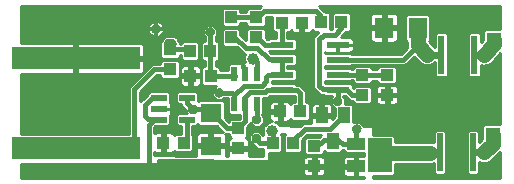
<source format=gtl>
G75*
G70*
%OFA0B0*%
%FSLAX24Y24*%
%IPPOS*%
%LPD*%
%AMOC8*
5,1,8,0,0,1.08239X$1,22.5*
%
%ADD10R,0.0520X0.0220*%
%ADD11R,0.0709X0.0630*%
%ADD12R,0.0630X0.0710*%
%ADD13R,0.0807X0.1142*%
%ADD14R,0.0591X0.0394*%
%ADD15R,0.0220X0.0500*%
%ADD16R,0.0394X0.0433*%
%ADD17R,0.0433X0.0394*%
%ADD18C,0.0250*%
%ADD19C,0.0050*%
%ADD20R,0.0394X0.0551*%
%ADD21R,0.0780X0.0220*%
%ADD22C,0.0120*%
%ADD23R,0.0512X0.1299*%
%ADD24R,0.0354X0.0197*%
%ADD25R,0.0197X0.1299*%
%ADD26R,0.4250X0.0750*%
%ADD27C,0.0100*%
%ADD28C,0.0160*%
%ADD29C,0.0396*%
%ADD30C,0.0240*%
%ADD31C,0.0500*%
%ADD32R,0.0500X0.0500*%
D10*
X007240Y006318D03*
X007240Y006688D03*
X007240Y007058D03*
X008160Y007058D03*
X008160Y006318D03*
D11*
X008970Y006549D03*
X008970Y005447D03*
D12*
X014740Y009388D03*
X015859Y009388D03*
D13*
X014600Y005138D03*
D14*
X013802Y004764D03*
X013802Y005512D03*
D15*
X010490Y006828D03*
X010120Y006828D03*
X009750Y006828D03*
X009750Y007848D03*
X010120Y007848D03*
X010490Y007848D03*
D16*
X008954Y007778D03*
X008285Y007778D03*
X008275Y008618D03*
X008944Y008618D03*
X009640Y009064D03*
X009640Y009733D03*
X012645Y009568D03*
X013314Y009568D03*
X009880Y006033D03*
X009880Y005364D03*
X011025Y005528D03*
X011694Y005528D03*
D17*
X012410Y005443D03*
X012410Y004774D03*
X011944Y006598D03*
X011275Y006598D03*
X014020Y007144D03*
X014840Y007144D03*
X014840Y007813D03*
X014020Y007813D03*
X011994Y009558D03*
X011325Y009558D03*
X010470Y009733D03*
X010470Y009064D03*
X007610Y008663D03*
X007610Y007994D03*
X007385Y005548D03*
X008054Y005548D03*
D18*
X008360Y006668D03*
X009240Y007218D03*
X010490Y006328D03*
X010480Y005698D03*
X013190Y006938D03*
X013830Y006008D03*
X008940Y009248D03*
X007130Y009348D03*
D19*
X007005Y009348D02*
X007007Y009370D01*
X007013Y009391D01*
X007022Y009410D01*
X007034Y009428D01*
X007050Y009444D01*
X007067Y009456D01*
X007087Y009465D01*
X007108Y009471D01*
X007130Y009473D01*
X007152Y009471D01*
X007173Y009465D01*
X007192Y009456D01*
X007210Y009444D01*
X007226Y009428D01*
X007238Y009410D01*
X007247Y009391D01*
X007253Y009370D01*
X007255Y009348D01*
X007253Y009326D01*
X007247Y009305D01*
X007238Y009286D01*
X007226Y009268D01*
X007210Y009252D01*
X007193Y009240D01*
X007173Y009231D01*
X007152Y009225D01*
X007130Y009223D01*
X007108Y009225D01*
X007087Y009231D01*
X007067Y009240D01*
X007050Y009252D01*
X007034Y009268D01*
X007022Y009285D01*
X007013Y009305D01*
X007007Y009326D01*
X007005Y009348D01*
X008815Y009248D02*
X008817Y009270D01*
X008823Y009291D01*
X008832Y009310D01*
X008844Y009328D01*
X008860Y009344D01*
X008877Y009356D01*
X008897Y009365D01*
X008918Y009371D01*
X008940Y009373D01*
X008962Y009371D01*
X008983Y009365D01*
X009002Y009356D01*
X009020Y009344D01*
X009036Y009328D01*
X009048Y009310D01*
X009057Y009291D01*
X009063Y009270D01*
X009065Y009248D01*
X009063Y009226D01*
X009057Y009205D01*
X009048Y009186D01*
X009036Y009168D01*
X009020Y009152D01*
X009003Y009140D01*
X008983Y009131D01*
X008962Y009125D01*
X008940Y009123D01*
X008918Y009125D01*
X008897Y009131D01*
X008877Y009140D01*
X008860Y009152D01*
X008844Y009168D01*
X008832Y009185D01*
X008823Y009205D01*
X008817Y009226D01*
X008815Y009248D01*
X009115Y007218D02*
X009117Y007240D01*
X009123Y007261D01*
X009132Y007280D01*
X009144Y007298D01*
X009160Y007314D01*
X009177Y007326D01*
X009197Y007335D01*
X009218Y007341D01*
X009240Y007343D01*
X009262Y007341D01*
X009283Y007335D01*
X009302Y007326D01*
X009320Y007314D01*
X009336Y007298D01*
X009348Y007280D01*
X009357Y007261D01*
X009363Y007240D01*
X009365Y007218D01*
X009363Y007196D01*
X009357Y007175D01*
X009348Y007156D01*
X009336Y007138D01*
X009320Y007122D01*
X009303Y007110D01*
X009283Y007101D01*
X009262Y007095D01*
X009240Y007093D01*
X009218Y007095D01*
X009197Y007101D01*
X009177Y007110D01*
X009160Y007122D01*
X009144Y007138D01*
X009132Y007155D01*
X009123Y007175D01*
X009117Y007196D01*
X009115Y007218D01*
X008235Y006668D02*
X008237Y006690D01*
X008243Y006711D01*
X008252Y006730D01*
X008264Y006748D01*
X008280Y006764D01*
X008297Y006776D01*
X008317Y006785D01*
X008338Y006791D01*
X008360Y006793D01*
X008382Y006791D01*
X008403Y006785D01*
X008422Y006776D01*
X008440Y006764D01*
X008456Y006748D01*
X008468Y006730D01*
X008477Y006711D01*
X008483Y006690D01*
X008485Y006668D01*
X008483Y006646D01*
X008477Y006625D01*
X008468Y006606D01*
X008456Y006588D01*
X008440Y006572D01*
X008423Y006560D01*
X008403Y006551D01*
X008382Y006545D01*
X008360Y006543D01*
X008338Y006545D01*
X008317Y006551D01*
X008297Y006560D01*
X008280Y006572D01*
X008264Y006588D01*
X008252Y006605D01*
X008243Y006625D01*
X008237Y006646D01*
X008235Y006668D01*
X010365Y006328D02*
X010367Y006350D01*
X010373Y006371D01*
X010382Y006390D01*
X010394Y006408D01*
X010410Y006424D01*
X010427Y006436D01*
X010447Y006445D01*
X010468Y006451D01*
X010490Y006453D01*
X010512Y006451D01*
X010533Y006445D01*
X010552Y006436D01*
X010570Y006424D01*
X010586Y006408D01*
X010598Y006390D01*
X010607Y006371D01*
X010613Y006350D01*
X010615Y006328D01*
X010613Y006306D01*
X010607Y006285D01*
X010598Y006266D01*
X010586Y006248D01*
X010570Y006232D01*
X010553Y006220D01*
X010533Y006211D01*
X010512Y006205D01*
X010490Y006203D01*
X010468Y006205D01*
X010447Y006211D01*
X010427Y006220D01*
X010410Y006232D01*
X010394Y006248D01*
X010382Y006265D01*
X010373Y006285D01*
X010367Y006306D01*
X010365Y006328D01*
X010355Y005698D02*
X010357Y005720D01*
X010363Y005741D01*
X010372Y005760D01*
X010384Y005778D01*
X010400Y005794D01*
X010417Y005806D01*
X010437Y005815D01*
X010458Y005821D01*
X010480Y005823D01*
X010502Y005821D01*
X010523Y005815D01*
X010542Y005806D01*
X010560Y005794D01*
X010576Y005778D01*
X010588Y005760D01*
X010597Y005741D01*
X010603Y005720D01*
X010605Y005698D01*
X010603Y005676D01*
X010597Y005655D01*
X010588Y005636D01*
X010576Y005618D01*
X010560Y005602D01*
X010543Y005590D01*
X010523Y005581D01*
X010502Y005575D01*
X010480Y005573D01*
X010458Y005575D01*
X010437Y005581D01*
X010417Y005590D01*
X010400Y005602D01*
X010384Y005618D01*
X010372Y005635D01*
X010363Y005655D01*
X010357Y005676D01*
X010355Y005698D01*
X013065Y006938D02*
X013067Y006960D01*
X013073Y006981D01*
X013082Y007000D01*
X013094Y007018D01*
X013110Y007034D01*
X013127Y007046D01*
X013147Y007055D01*
X013168Y007061D01*
X013190Y007063D01*
X013212Y007061D01*
X013233Y007055D01*
X013252Y007046D01*
X013270Y007034D01*
X013286Y007018D01*
X013298Y007000D01*
X013307Y006981D01*
X013313Y006960D01*
X013315Y006938D01*
X013313Y006916D01*
X013307Y006895D01*
X013298Y006876D01*
X013286Y006858D01*
X013270Y006842D01*
X013253Y006830D01*
X013233Y006821D01*
X013212Y006815D01*
X013190Y006813D01*
X013168Y006815D01*
X013147Y006821D01*
X013127Y006830D01*
X013110Y006842D01*
X013094Y006858D01*
X013082Y006875D01*
X013073Y006895D01*
X013067Y006916D01*
X013065Y006938D01*
X013705Y006008D02*
X013707Y006030D01*
X013713Y006051D01*
X013722Y006070D01*
X013734Y006088D01*
X013750Y006104D01*
X013767Y006116D01*
X013787Y006125D01*
X013808Y006131D01*
X013830Y006133D01*
X013852Y006131D01*
X013873Y006125D01*
X013892Y006116D01*
X013910Y006104D01*
X013926Y006088D01*
X013938Y006070D01*
X013947Y006051D01*
X013953Y006030D01*
X013955Y006008D01*
X013953Y005986D01*
X013947Y005965D01*
X013938Y005946D01*
X013926Y005928D01*
X013910Y005912D01*
X013893Y005900D01*
X013873Y005891D01*
X013852Y005885D01*
X013830Y005883D01*
X013808Y005885D01*
X013787Y005891D01*
X013767Y005900D01*
X013750Y005912D01*
X013734Y005928D01*
X013722Y005945D01*
X013713Y005965D01*
X013707Y005986D01*
X013705Y006008D01*
D20*
X013414Y006461D03*
X012665Y006461D03*
X013040Y005595D03*
D21*
X013190Y007318D03*
X013190Y007818D03*
X013190Y008318D03*
X013190Y008818D03*
X011330Y008818D03*
X011330Y008318D03*
X011330Y007818D03*
X011330Y007318D03*
D22*
X007760Y008828D02*
X007460Y008828D01*
X007510Y008928D01*
X007710Y008928D01*
X007760Y008828D01*
X007745Y008858D02*
X007475Y008858D01*
D23*
X017200Y008488D03*
X017150Y005228D03*
D24*
X017779Y005228D03*
X016520Y005228D03*
X016570Y008488D03*
X017829Y008488D03*
D25*
X017751Y008488D03*
X016648Y008488D03*
X016598Y005228D03*
X017701Y005228D03*
D26*
X004470Y005363D03*
X004470Y008363D03*
D27*
X002625Y004838D02*
X002625Y004373D01*
X014068Y004373D01*
X014067Y004417D01*
X013851Y004417D01*
X013851Y004716D01*
X013754Y004716D01*
X013754Y004417D01*
X013487Y004417D01*
X013449Y004428D01*
X013415Y004447D01*
X013387Y004475D01*
X013367Y004510D01*
X013357Y004548D01*
X013357Y004716D01*
X013754Y004716D01*
X013754Y004813D01*
X013754Y005111D01*
X013487Y005111D01*
X013449Y005101D01*
X013415Y005081D01*
X013387Y005053D01*
X013367Y005019D01*
X013357Y004981D01*
X013357Y004813D01*
X013754Y004813D01*
X013851Y004813D01*
X013851Y005111D01*
X014064Y005111D01*
X014063Y005205D01*
X013461Y005205D01*
X013397Y005270D01*
X013397Y005318D01*
X013346Y005318D01*
X013346Y005274D01*
X013282Y005210D01*
X012797Y005210D01*
X012736Y005271D01*
X012736Y005201D01*
X012672Y005136D01*
X012147Y005136D01*
X012083Y005201D01*
X012083Y005685D01*
X012147Y005750D01*
X012562Y005750D01*
X012622Y005810D01*
X012180Y005824D01*
X012001Y005658D01*
X012001Y005266D01*
X011937Y005202D01*
X012083Y005202D01*
X012083Y005300D02*
X012001Y005300D01*
X012001Y005399D02*
X012083Y005399D01*
X012083Y005497D02*
X012001Y005497D01*
X012001Y005596D02*
X012083Y005596D01*
X012092Y005694D02*
X012040Y005694D01*
X012146Y005793D02*
X012605Y005793D01*
X012031Y006208D02*
X011978Y006155D01*
X011945Y006125D01*
X011281Y006132D01*
X011281Y006133D01*
X011194Y006219D01*
X011117Y006251D01*
X011226Y006251D01*
X011226Y006550D01*
X010908Y006550D01*
X010908Y006382D01*
X010919Y006344D01*
X010938Y006309D01*
X010966Y006281D01*
X010992Y006266D01*
X010958Y006266D01*
X010845Y006219D01*
X010763Y006138D01*
X010700Y006138D01*
X010700Y005811D01*
X010577Y005933D01*
X010382Y005933D01*
X010245Y005796D01*
X010245Y005601D01*
X010382Y005463D01*
X010404Y005463D01*
X010404Y005457D01*
X010448Y005412D01*
X010484Y005360D01*
X010502Y005357D01*
X010514Y005345D01*
X010577Y005344D01*
X010639Y005333D01*
X010654Y005343D01*
X010700Y005342D01*
X010700Y005108D01*
X010222Y005112D01*
X010226Y005127D01*
X010226Y005315D01*
X009928Y005315D01*
X009928Y005412D01*
X010226Y005412D01*
X010226Y005600D01*
X010216Y005638D01*
X010196Y005672D01*
X010168Y005700D01*
X010135Y005720D01*
X010186Y005771D01*
X010186Y006085D01*
X010257Y006161D01*
X010290Y006195D01*
X010392Y006093D01*
X010587Y006093D01*
X010725Y006231D01*
X010725Y006426D01*
X010680Y006471D01*
X010680Y006503D01*
X010710Y006533D01*
X010710Y007038D01*
X010754Y007038D01*
X010827Y007034D01*
X010832Y007038D01*
X010838Y007038D01*
X010890Y007090D01*
X010899Y007098D01*
X011754Y007098D01*
X011754Y006905D01*
X011682Y006905D01*
X011631Y006854D01*
X011611Y006887D01*
X011584Y006915D01*
X011549Y006935D01*
X011511Y006945D01*
X011323Y006945D01*
X011323Y006647D01*
X011226Y006647D01*
X011226Y006550D01*
X011323Y006550D01*
X011323Y006251D01*
X011511Y006251D01*
X011549Y006262D01*
X011584Y006281D01*
X011611Y006309D01*
X011631Y006343D01*
X011682Y006291D01*
X012206Y006291D01*
X012271Y006356D01*
X012271Y006841D01*
X012206Y006905D01*
X012134Y006905D01*
X012134Y007272D01*
X012030Y007377D01*
X011918Y007488D01*
X011815Y007488D01*
X011765Y007538D01*
X011000Y007538D01*
X011000Y007598D01*
X011765Y007598D01*
X011830Y007663D01*
X011830Y007974D01*
X011765Y008038D01*
X011520Y008038D01*
X011520Y008098D01*
X011765Y008098D01*
X011830Y008163D01*
X011830Y008474D01*
X011765Y008538D01*
X010981Y008538D01*
X010915Y008598D01*
X011765Y008598D01*
X011830Y008663D01*
X011830Y008974D01*
X011765Y009038D01*
X011515Y009038D01*
X011515Y009251D01*
X011587Y009251D01*
X011638Y009303D01*
X011658Y009269D01*
X011686Y009241D01*
X011720Y009222D01*
X011758Y009211D01*
X011946Y009211D01*
X011946Y009510D01*
X012043Y009510D01*
X012043Y009211D01*
X012230Y009211D01*
X012269Y009222D01*
X012303Y009241D01*
X012331Y009269D01*
X012347Y009297D01*
X012402Y009242D01*
X012544Y009242D01*
X012491Y009188D01*
X012380Y009077D01*
X012380Y007370D01*
X012500Y007250D01*
X012611Y007138D01*
X012714Y007138D01*
X012754Y007098D01*
X013000Y007098D01*
X013000Y007081D01*
X012955Y007036D01*
X012955Y006857D01*
X012954Y006857D01*
X012920Y006877D01*
X012882Y006887D01*
X012714Y006887D01*
X012714Y006510D01*
X012617Y006510D01*
X012617Y006887D01*
X012449Y006887D01*
X012411Y006877D01*
X012377Y006857D01*
X012349Y006829D01*
X012329Y006795D01*
X012319Y006757D01*
X012319Y006510D01*
X012617Y006510D01*
X012617Y006413D01*
X012319Y006413D01*
X012319Y006208D01*
X012113Y006208D01*
X012038Y006211D01*
X012035Y006208D01*
X012031Y006208D01*
X012009Y006187D02*
X011227Y006187D01*
X011226Y006285D02*
X011323Y006285D01*
X011323Y006384D02*
X011226Y006384D01*
X011226Y006482D02*
X011323Y006482D01*
X011226Y006581D02*
X010710Y006581D01*
X010710Y006679D02*
X010908Y006679D01*
X010908Y006647D02*
X011226Y006647D01*
X011226Y006945D01*
X011039Y006945D01*
X011000Y006935D01*
X010966Y006915D01*
X010938Y006887D01*
X010919Y006853D01*
X010908Y006815D01*
X010908Y006647D01*
X010908Y006778D02*
X010710Y006778D01*
X010710Y006876D02*
X010932Y006876D01*
X010710Y006975D02*
X011754Y006975D01*
X011754Y007073D02*
X010873Y007073D01*
X011226Y006876D02*
X011323Y006876D01*
X011323Y006778D02*
X011226Y006778D01*
X011226Y006679D02*
X011323Y006679D01*
X011618Y006876D02*
X011653Y006876D01*
X012134Y006975D02*
X012955Y006975D01*
X012955Y006876D02*
X012921Y006876D01*
X013003Y006793D02*
X013092Y006703D01*
X013107Y006703D01*
X013107Y006431D01*
X013012Y006340D01*
X013012Y006413D01*
X012714Y006413D01*
X012714Y006510D01*
X013012Y006510D01*
X013012Y006757D01*
X013003Y006793D01*
X013007Y006778D02*
X013018Y006778D01*
X013012Y006679D02*
X013107Y006679D01*
X013107Y006581D02*
X013012Y006581D01*
X013107Y006482D02*
X012714Y006482D01*
X012617Y006482D02*
X012271Y006482D01*
X012271Y006384D02*
X012319Y006384D01*
X012319Y006285D02*
X011587Y006285D01*
X010962Y006285D02*
X010725Y006285D01*
X010725Y006384D02*
X010908Y006384D01*
X010908Y006482D02*
X010680Y006482D01*
X010680Y006187D02*
X010812Y006187D01*
X010700Y006088D02*
X010189Y006088D01*
X010186Y005990D02*
X010700Y005990D01*
X010700Y005891D02*
X010619Y005891D01*
X010340Y005891D02*
X010186Y005891D01*
X010186Y005793D02*
X010245Y005793D01*
X010245Y005694D02*
X010174Y005694D01*
X010226Y005596D02*
X010250Y005596D01*
X010226Y005497D02*
X010348Y005497D01*
X010457Y005399D02*
X009928Y005399D01*
X009831Y005399D02*
X009020Y005399D01*
X009020Y005397D02*
X009020Y005497D01*
X009474Y005497D01*
X009474Y005782D01*
X009464Y005820D01*
X009447Y005848D01*
X009573Y005848D01*
X009573Y005771D01*
X009624Y005720D01*
X009591Y005700D01*
X009563Y005672D01*
X009543Y005638D01*
X009533Y005600D01*
X009533Y005412D01*
X009831Y005412D01*
X009831Y005315D01*
X009533Y005315D01*
X009533Y005127D01*
X009535Y005117D01*
X009474Y005117D01*
X009474Y005397D01*
X009020Y005397D01*
X009020Y005497D02*
X008920Y005497D01*
X008920Y005912D01*
X008595Y005912D01*
X008557Y005902D01*
X008523Y005882D01*
X008495Y005854D01*
X008475Y005820D01*
X008465Y005782D01*
X008465Y005497D01*
X008920Y005497D01*
X008920Y005397D01*
X008465Y005397D01*
X008465Y005125D01*
X007080Y005135D01*
X007080Y005230D01*
X007110Y005212D01*
X007149Y005201D01*
X007336Y005201D01*
X007336Y005500D01*
X007433Y005500D01*
X007433Y005201D01*
X007621Y005201D01*
X007659Y005212D01*
X007694Y005231D01*
X007721Y005259D01*
X007741Y005293D01*
X007792Y005241D01*
X008084Y005241D01*
X008121Y005228D01*
X008148Y005241D01*
X008316Y005241D01*
X008381Y005306D01*
X008381Y005791D01*
X008350Y005822D01*
X008350Y006098D01*
X008465Y006098D01*
X008530Y006163D01*
X008530Y006165D01*
X008570Y006125D01*
X009155Y006125D01*
X009320Y005960D01*
X009376Y005903D01*
X009344Y005912D01*
X009020Y005912D01*
X009020Y005497D01*
X008920Y005497D01*
X008920Y005399D02*
X008381Y005399D01*
X008381Y005497D02*
X008465Y005497D01*
X008465Y005596D02*
X008381Y005596D01*
X008381Y005694D02*
X008465Y005694D01*
X008468Y005793D02*
X008379Y005793D01*
X008350Y005891D02*
X008539Y005891D01*
X008350Y005990D02*
X009289Y005990D01*
X009191Y006088D02*
X008350Y006088D01*
X007970Y006088D02*
X007092Y006088D01*
X007101Y006098D02*
X007545Y006098D01*
X007610Y006163D01*
X007610Y006474D01*
X007608Y006475D01*
X007620Y006486D01*
X007639Y006520D01*
X007650Y006559D01*
X007650Y006683D01*
X007245Y006683D01*
X007245Y006693D01*
X007650Y006693D01*
X007650Y006818D01*
X007639Y006856D01*
X007620Y006890D01*
X007608Y006902D01*
X007610Y006903D01*
X007610Y007214D01*
X007545Y007278D01*
X006934Y007278D01*
X006870Y007214D01*
X006870Y007187D01*
X006691Y007008D01*
X006610Y006927D01*
X006610Y007250D01*
X007164Y007804D01*
X007283Y007804D01*
X007283Y007751D01*
X007347Y007687D01*
X007872Y007687D01*
X007936Y007751D01*
X007936Y008236D01*
X007872Y008300D01*
X007347Y008300D01*
X007283Y008236D01*
X007283Y008184D01*
X007006Y008184D01*
X006341Y007518D01*
X006230Y007407D01*
X006230Y005848D01*
X002625Y005848D01*
X002625Y007838D01*
X004420Y007838D01*
X004420Y008313D01*
X004520Y008313D01*
X004520Y008413D01*
X006745Y008413D01*
X006745Y008758D01*
X006734Y008796D01*
X006715Y008830D01*
X006687Y008858D01*
X006652Y008878D01*
X006614Y008888D01*
X004520Y008888D01*
X004520Y008413D01*
X004420Y008413D01*
X004420Y008888D01*
X002625Y008888D01*
X002625Y010113D01*
X010643Y010113D01*
X010593Y010061D01*
X010572Y010040D01*
X010207Y010040D01*
X010143Y009975D01*
X010143Y009923D01*
X009946Y009923D01*
X009946Y009995D01*
X009882Y010059D01*
X009397Y010059D01*
X009333Y009995D01*
X009333Y009471D01*
X009397Y009406D01*
X009882Y009406D01*
X009946Y009471D01*
X009946Y009543D01*
X010143Y009543D01*
X010143Y009491D01*
X010207Y009426D01*
X010732Y009426D01*
X010796Y009491D01*
X010796Y009722D01*
X010811Y009738D01*
X010998Y009738D01*
X010998Y009316D01*
X011063Y009251D01*
X011135Y009251D01*
X011135Y009038D01*
X010894Y009038D01*
X010864Y009008D01*
X010838Y009008D01*
X010796Y009050D01*
X010796Y009306D01*
X010732Y009370D01*
X010207Y009370D01*
X010143Y009306D01*
X010143Y008961D01*
X009946Y009137D01*
X009946Y009326D01*
X009882Y009390D01*
X009397Y009390D01*
X009333Y009326D01*
X009333Y008802D01*
X009397Y008737D01*
X009823Y008737D01*
X010009Y008570D01*
X010061Y008518D01*
X010067Y008518D01*
X010071Y008514D01*
X010112Y008517D01*
X010071Y008420D01*
X010071Y008297D01*
X010092Y008248D01*
X009990Y008248D01*
X009952Y008238D01*
X009917Y008218D01*
X009906Y008207D01*
X009905Y008208D01*
X009594Y008208D01*
X009530Y008144D01*
X009530Y007968D01*
X009261Y007968D01*
X009261Y008040D01*
X009197Y008105D01*
X009134Y008105D01*
X009134Y008292D01*
X009187Y008292D01*
X009251Y008356D01*
X009251Y008880D01*
X009187Y008945D01*
X009333Y008945D01*
X009333Y009043D02*
X009134Y009043D01*
X009134Y009111D02*
X009134Y008945D01*
X009187Y008945D01*
X009251Y008846D02*
X009333Y008846D01*
X009386Y008748D02*
X009251Y008748D01*
X009251Y008649D02*
X009921Y008649D01*
X010028Y008551D02*
X009251Y008551D01*
X009251Y008452D02*
X010085Y008452D01*
X010071Y008354D02*
X009249Y008354D01*
X009134Y008255D02*
X010089Y008255D01*
X009542Y008157D02*
X009134Y008157D01*
X009243Y008058D02*
X009530Y008058D01*
X008754Y008105D02*
X008712Y008105D01*
X008647Y008040D01*
X008647Y007516D01*
X008712Y007452D01*
X009141Y007452D01*
X009005Y007316D01*
X009005Y007121D01*
X009142Y006983D01*
X009337Y006983D01*
X009382Y007028D01*
X009530Y007028D01*
X009530Y006533D01*
X009594Y006468D01*
X009905Y006468D01*
X009930Y006493D01*
X009930Y006367D01*
X009922Y006359D01*
X009637Y006359D01*
X009573Y006295D01*
X009573Y006244D01*
X009434Y006383D01*
X009434Y006910D01*
X009369Y006974D01*
X008570Y006974D01*
X008530Y006934D01*
X008530Y007214D01*
X008465Y007278D01*
X007854Y007278D01*
X007790Y007214D01*
X007790Y006903D01*
X007854Y006838D01*
X007970Y006838D01*
X007970Y006790D01*
X008125Y006635D01*
X008125Y006571D01*
X008157Y006538D01*
X007854Y006538D01*
X007790Y006474D01*
X007790Y006163D01*
X007854Y006098D01*
X007970Y006098D01*
X007970Y005855D01*
X007792Y005855D01*
X007741Y005804D01*
X007721Y005837D01*
X007694Y005865D01*
X007659Y005885D01*
X007621Y005895D01*
X007433Y005895D01*
X007433Y005597D01*
X007336Y005597D01*
X007336Y005895D01*
X007149Y005895D01*
X007110Y005885D01*
X007080Y005867D01*
X007080Y006075D01*
X007101Y006098D01*
X007080Y005990D02*
X007970Y005990D01*
X007970Y005891D02*
X007636Y005891D01*
X007433Y005891D02*
X007336Y005891D01*
X007336Y005793D02*
X007433Y005793D01*
X007433Y005694D02*
X007336Y005694D01*
X007336Y005497D02*
X007433Y005497D01*
X007433Y005399D02*
X007336Y005399D01*
X007336Y005300D02*
X007433Y005300D01*
X007433Y005202D02*
X007336Y005202D01*
X007147Y005202D02*
X007080Y005202D01*
X007220Y004968D02*
X010900Y004938D01*
X010900Y005202D01*
X011267Y005202D01*
X011332Y005266D01*
X011332Y005790D01*
X011298Y005825D01*
X011301Y005833D01*
X011431Y005834D01*
X011387Y005790D01*
X011387Y005266D01*
X011452Y005202D01*
X011937Y005202D01*
X012073Y005063D02*
X012053Y005028D01*
X012043Y004990D01*
X012043Y004822D01*
X012361Y004822D01*
X012361Y004725D01*
X012458Y004725D01*
X012458Y004427D01*
X012646Y004427D01*
X012684Y004437D01*
X012718Y004457D01*
X012746Y004485D01*
X012766Y004519D01*
X012776Y004557D01*
X012776Y004725D01*
X012458Y004725D01*
X012458Y004822D01*
X012776Y004822D01*
X012776Y004990D01*
X012766Y005028D01*
X012746Y005063D01*
X012718Y005091D01*
X012684Y005110D01*
X012646Y005120D01*
X012458Y005120D01*
X012458Y004822D01*
X012361Y004822D01*
X012361Y005120D01*
X012173Y005120D01*
X012135Y005110D01*
X012101Y005091D01*
X012073Y005063D01*
X012047Y005005D02*
X010900Y005005D01*
X010900Y005103D02*
X012123Y005103D01*
X012361Y005103D02*
X012458Y005103D01*
X012458Y005005D02*
X012361Y005005D01*
X012361Y004906D02*
X012458Y004906D01*
X012458Y004808D02*
X013754Y004808D01*
X013754Y004906D02*
X013851Y004906D01*
X013851Y005005D02*
X013754Y005005D01*
X013754Y005103D02*
X013851Y005103D01*
X014063Y005202D02*
X012736Y005202D01*
X012696Y005103D02*
X013458Y005103D01*
X013363Y005005D02*
X012772Y005005D01*
X012776Y004906D02*
X013357Y004906D01*
X013357Y004709D02*
X012776Y004709D01*
X012776Y004611D02*
X013357Y004611D01*
X013366Y004512D02*
X012762Y004512D01*
X012458Y004512D02*
X012361Y004512D01*
X012361Y004427D02*
X012173Y004427D01*
X012135Y004437D01*
X012101Y004457D01*
X012073Y004485D01*
X012053Y004519D01*
X012043Y004557D01*
X012043Y004725D01*
X012361Y004725D01*
X012361Y004427D01*
X012361Y004611D02*
X012458Y004611D01*
X012458Y004709D02*
X012361Y004709D01*
X012361Y004808D02*
X002625Y004808D01*
X002625Y004838D02*
X007230Y004838D01*
X007220Y004968D01*
X007224Y004906D02*
X012043Y004906D01*
X012043Y004709D02*
X002625Y004709D01*
X002625Y004611D02*
X012043Y004611D01*
X012057Y004512D02*
X002625Y004512D01*
X002625Y004414D02*
X014068Y004414D01*
X013851Y004512D02*
X013754Y004512D01*
X013754Y004611D02*
X013851Y004611D01*
X013851Y004709D02*
X013754Y004709D01*
X014377Y004457D02*
X015049Y004457D01*
X015113Y004522D01*
X015113Y004858D01*
X016351Y004858D01*
X016390Y004874D01*
X016390Y004533D01*
X016454Y004469D01*
X016742Y004469D01*
X016807Y004533D01*
X016807Y005923D01*
X016742Y005988D01*
X016454Y005988D01*
X016390Y005923D01*
X016390Y005562D01*
X016351Y005578D01*
X015113Y005578D01*
X015113Y005755D01*
X015049Y005819D01*
X014370Y005819D01*
X014370Y005828D01*
X014360Y006108D01*
X014062Y006108D01*
X013927Y006243D01*
X013732Y006243D01*
X013720Y006231D01*
X013720Y006783D01*
X013656Y006847D01*
X013425Y006847D01*
X013425Y007036D01*
X013380Y007081D01*
X013380Y007098D01*
X013451Y007098D01*
X013480Y007070D01*
X013591Y006958D01*
X013693Y006958D01*
X013693Y006901D01*
X013757Y006837D01*
X014282Y006837D01*
X014346Y006901D01*
X014346Y007386D01*
X014282Y007450D01*
X013757Y007450D01*
X013697Y007390D01*
X013690Y007397D01*
X013690Y007474D01*
X013625Y007538D01*
X012760Y007538D01*
X012760Y007598D01*
X013625Y007598D01*
X013655Y007628D01*
X013693Y007628D01*
X013693Y007571D01*
X013757Y007506D01*
X014282Y007506D01*
X014346Y007571D01*
X014346Y007623D01*
X014513Y007623D01*
X014513Y007571D01*
X014577Y007506D01*
X015102Y007506D01*
X015166Y007571D01*
X015166Y008055D01*
X015102Y008120D01*
X014577Y008120D01*
X014513Y008055D01*
X014513Y008003D01*
X014346Y008003D01*
X014346Y008055D01*
X014282Y008120D01*
X013757Y008120D01*
X013693Y008055D01*
X013693Y008008D01*
X013655Y008008D01*
X013625Y008038D01*
X012760Y008038D01*
X012760Y008098D01*
X013625Y008098D01*
X013655Y008128D01*
X015448Y008128D01*
X015739Y008419D01*
X015976Y008183D01*
X016108Y008128D01*
X016251Y008128D01*
X016383Y008183D01*
X016440Y008240D01*
X016440Y007793D01*
X016504Y007729D01*
X016792Y007729D01*
X016857Y007793D01*
X016857Y009183D01*
X016792Y009248D01*
X016504Y009248D01*
X016440Y009183D01*
X016440Y008737D01*
X016237Y008940D01*
X016284Y008988D01*
X016284Y009789D01*
X016220Y009853D01*
X015499Y009853D01*
X015434Y009789D01*
X015434Y008988D01*
X015499Y008923D01*
X015499Y008923D01*
X015499Y008737D01*
X015505Y008723D01*
X015291Y008508D01*
X013655Y008508D01*
X013625Y008538D01*
X012760Y008538D01*
X012760Y008564D01*
X012780Y008558D01*
X013185Y008558D01*
X013185Y008813D01*
X013195Y008813D01*
X013195Y008823D01*
X013730Y008823D01*
X013730Y008948D01*
X013719Y008986D01*
X013700Y009020D01*
X013672Y009048D01*
X013637Y009068D01*
X013599Y009078D01*
X013298Y009078D01*
X013300Y009080D01*
X013462Y009242D01*
X013557Y009242D01*
X013621Y009306D01*
X013621Y009830D01*
X013557Y009895D01*
X013072Y009895D01*
X013007Y009830D01*
X013007Y009348D01*
X012952Y009348D01*
X012952Y009830D01*
X012887Y009895D01*
X012795Y009895D01*
X012751Y009935D01*
X012698Y009988D01*
X012694Y009988D01*
X012611Y010065D01*
X012563Y010113D01*
X018615Y010113D01*
X018615Y009328D01*
X018413Y009328D01*
X018356Y009333D01*
X018342Y009328D01*
X018104Y009328D01*
X018040Y009264D01*
X018040Y008989D01*
X017959Y008901D01*
X017959Y009183D01*
X017895Y009248D01*
X017607Y009248D01*
X017542Y009183D01*
X017542Y007793D01*
X017607Y007729D01*
X017895Y007729D01*
X017959Y007793D01*
X017959Y008145D01*
X018014Y008125D01*
X018157Y008132D01*
X018287Y008193D01*
X018615Y008551D01*
X018615Y006178D01*
X018074Y006178D01*
X018010Y006114D01*
X018010Y005667D01*
X017909Y005567D01*
X017909Y005923D01*
X017845Y005988D01*
X017557Y005988D01*
X017492Y005923D01*
X017492Y004533D01*
X017557Y004469D01*
X017845Y004469D01*
X017909Y004533D01*
X017909Y004909D01*
X018008Y004868D01*
X018151Y004868D01*
X018283Y004923D01*
X018573Y005213D01*
X018615Y005254D01*
X018615Y004373D01*
X014378Y004373D01*
X014377Y004457D01*
X014378Y004414D02*
X018615Y004414D01*
X018615Y004512D02*
X017888Y004512D01*
X017909Y004611D02*
X018615Y004611D01*
X018615Y004709D02*
X017909Y004709D01*
X017909Y004808D02*
X018615Y004808D01*
X018615Y004906D02*
X018243Y004906D01*
X018365Y005005D02*
X018615Y005005D01*
X018615Y005103D02*
X018464Y005103D01*
X018562Y005202D02*
X018615Y005202D01*
X017916Y004906D02*
X017909Y004906D01*
X017492Y004906D02*
X016807Y004906D01*
X016807Y004808D02*
X017492Y004808D01*
X017492Y004709D02*
X016807Y004709D01*
X016807Y004611D02*
X017492Y004611D01*
X017513Y004512D02*
X016786Y004512D01*
X016411Y004512D02*
X015103Y004512D01*
X015113Y004611D02*
X016390Y004611D01*
X016390Y004709D02*
X015113Y004709D01*
X015113Y004808D02*
X016390Y004808D01*
X016807Y005005D02*
X017492Y005005D01*
X017492Y005103D02*
X016807Y005103D01*
X016807Y005202D02*
X017492Y005202D01*
X017492Y005300D02*
X016807Y005300D01*
X016807Y005399D02*
X017492Y005399D01*
X017492Y005497D02*
X016807Y005497D01*
X016807Y005596D02*
X017492Y005596D01*
X017492Y005694D02*
X016807Y005694D01*
X016807Y005793D02*
X017492Y005793D01*
X017492Y005891D02*
X016807Y005891D01*
X016390Y005891D02*
X014367Y005891D01*
X014364Y005990D02*
X018010Y005990D01*
X018010Y006088D02*
X014360Y006088D01*
X013983Y006187D02*
X018615Y006187D01*
X018615Y006285D02*
X013720Y006285D01*
X013720Y006384D02*
X018615Y006384D01*
X018615Y006482D02*
X013720Y006482D01*
X013720Y006581D02*
X018615Y006581D01*
X018615Y006679D02*
X013720Y006679D01*
X013720Y006778D02*
X018615Y006778D01*
X018615Y006876D02*
X015189Y006876D01*
X015196Y006889D02*
X015206Y006927D01*
X015206Y007095D01*
X014888Y007095D01*
X014888Y006797D01*
X015076Y006797D01*
X015114Y006807D01*
X015148Y006827D01*
X015176Y006855D01*
X015196Y006889D01*
X015206Y006975D02*
X018615Y006975D01*
X018615Y007073D02*
X015206Y007073D01*
X015206Y007192D02*
X015206Y007360D01*
X015196Y007398D01*
X015176Y007433D01*
X015148Y007461D01*
X015114Y007480D01*
X015076Y007490D01*
X014888Y007490D01*
X014888Y007192D01*
X015206Y007192D01*
X015206Y007270D02*
X018615Y007270D01*
X018615Y007172D02*
X014888Y007172D01*
X014888Y007192D02*
X014888Y007095D01*
X014791Y007095D01*
X014791Y006797D01*
X014603Y006797D01*
X014565Y006807D01*
X014531Y006827D01*
X014503Y006855D01*
X014483Y006889D01*
X014473Y006927D01*
X014473Y007095D01*
X014791Y007095D01*
X014791Y007192D01*
X014473Y007192D01*
X014473Y007360D01*
X014483Y007398D01*
X014503Y007433D01*
X014531Y007461D01*
X014565Y007480D01*
X014603Y007490D01*
X014791Y007490D01*
X014791Y007192D01*
X014888Y007192D01*
X014888Y007270D02*
X014791Y007270D01*
X014791Y007172D02*
X014346Y007172D01*
X014346Y007270D02*
X014473Y007270D01*
X014475Y007369D02*
X014346Y007369D01*
X014341Y007566D02*
X014518Y007566D01*
X014543Y007467D02*
X013690Y007467D01*
X013698Y007566D02*
X012760Y007566D01*
X012380Y007566D02*
X011000Y007566D01*
X011830Y007664D02*
X012380Y007664D01*
X012380Y007763D02*
X011830Y007763D01*
X011830Y007861D02*
X012380Y007861D01*
X012380Y007960D02*
X011830Y007960D01*
X011824Y008157D02*
X012380Y008157D01*
X012380Y008255D02*
X011830Y008255D01*
X011830Y008354D02*
X012380Y008354D01*
X012380Y008452D02*
X011830Y008452D01*
X011816Y008649D02*
X012380Y008649D01*
X012380Y008551D02*
X010968Y008551D01*
X010803Y009043D02*
X011135Y009043D01*
X011135Y009142D02*
X010796Y009142D01*
X010796Y009240D02*
X011135Y009240D01*
X010998Y009339D02*
X010763Y009339D01*
X010743Y009437D02*
X010998Y009437D01*
X010998Y009536D02*
X010796Y009536D01*
X010796Y009634D02*
X010998Y009634D01*
X010998Y009733D02*
X010806Y009733D01*
X010196Y009437D02*
X009913Y009437D01*
X009933Y009339D02*
X010176Y009339D01*
X010143Y009240D02*
X009946Y009240D01*
X009946Y009142D02*
X010143Y009142D01*
X010143Y009043D02*
X010051Y009043D01*
X009333Y009142D02*
X009165Y009142D01*
X009175Y009151D02*
X009175Y009346D01*
X009037Y009483D01*
X008842Y009483D01*
X008705Y009346D01*
X008705Y009151D01*
X008754Y009101D01*
X008754Y008945D01*
X008702Y008945D01*
X008637Y008880D01*
X008637Y008356D01*
X008702Y008292D01*
X008754Y008292D01*
X008754Y008105D01*
X008754Y008157D02*
X007936Y008157D01*
X007996Y008115D02*
X007968Y008087D01*
X007948Y008053D01*
X007938Y008015D01*
X007938Y007827D01*
X008236Y007827D01*
X008236Y007730D01*
X007938Y007730D01*
X007938Y007542D01*
X007948Y007504D01*
X007968Y007470D01*
X007996Y007442D01*
X008030Y007422D01*
X008068Y007412D01*
X008236Y007412D01*
X008236Y007730D01*
X008333Y007730D01*
X008333Y007412D01*
X008501Y007412D01*
X008540Y007422D01*
X008574Y007442D01*
X008602Y007470D01*
X008621Y007504D01*
X008632Y007542D01*
X008632Y007730D01*
X008333Y007730D01*
X008333Y007827D01*
X008236Y007827D01*
X008236Y008145D01*
X008068Y008145D01*
X008030Y008135D01*
X007996Y008115D01*
X007951Y008058D02*
X007936Y008058D01*
X007936Y007960D02*
X007938Y007960D01*
X007936Y007861D02*
X007938Y007861D01*
X007936Y007763D02*
X008236Y007763D01*
X008333Y007763D02*
X008647Y007763D01*
X008632Y007827D02*
X008632Y008015D01*
X008621Y008053D01*
X008602Y008087D01*
X008574Y008115D01*
X008540Y008135D01*
X008501Y008145D01*
X008333Y008145D01*
X008333Y007827D01*
X008632Y007827D01*
X008632Y007861D02*
X008647Y007861D01*
X008647Y007960D02*
X008632Y007960D01*
X008618Y008058D02*
X008665Y008058D01*
X008754Y008255D02*
X007917Y008255D01*
X007872Y008356D02*
X007936Y008421D01*
X007936Y008473D01*
X007968Y008473D01*
X007968Y008356D01*
X008032Y008292D01*
X008517Y008292D01*
X008582Y008356D01*
X008582Y008880D01*
X008517Y008945D01*
X008032Y008945D01*
X007897Y008945D01*
X007886Y008955D02*
X007880Y008968D01*
X007880Y008999D01*
X007849Y009029D01*
X007830Y009067D01*
X007801Y009077D01*
X007780Y009098D01*
X007737Y009098D01*
X007696Y009112D01*
X007669Y009098D01*
X007550Y009098D01*
X007523Y009112D01*
X007482Y009098D01*
X007439Y009098D01*
X007418Y009077D01*
X007389Y009067D01*
X007370Y009029D01*
X007340Y008999D01*
X007340Y008968D01*
X007333Y008955D01*
X007283Y008905D01*
X007283Y008855D01*
X007276Y008841D01*
X007283Y008820D01*
X007283Y008421D01*
X007347Y008356D01*
X007872Y008356D01*
X007970Y008354D02*
X004520Y008354D01*
X004520Y008313D02*
X006745Y008313D01*
X006745Y007969D01*
X006734Y007930D01*
X006715Y007896D01*
X006687Y007868D01*
X006652Y007849D01*
X006614Y007838D01*
X004520Y007838D01*
X004520Y008313D01*
X004520Y008255D02*
X004420Y008255D01*
X004420Y008157D02*
X004520Y008157D01*
X004520Y008058D02*
X004420Y008058D01*
X004420Y007960D02*
X004520Y007960D01*
X004520Y007861D02*
X004420Y007861D01*
X004420Y008452D02*
X004520Y008452D01*
X004520Y008551D02*
X004420Y008551D01*
X004420Y008649D02*
X004520Y008649D01*
X004520Y008748D02*
X004420Y008748D01*
X004420Y008846D02*
X004520Y008846D01*
X002625Y008945D02*
X007322Y008945D01*
X007278Y008846D02*
X006699Y008846D01*
X006745Y008748D02*
X007283Y008748D01*
X007283Y008649D02*
X006745Y008649D01*
X006745Y008551D02*
X007283Y008551D01*
X007283Y008452D02*
X006745Y008452D01*
X006745Y008255D02*
X007302Y008255D01*
X006979Y008157D02*
X006745Y008157D01*
X006745Y008058D02*
X006881Y008058D01*
X006782Y007960D02*
X006742Y007960D01*
X006684Y007861D02*
X006675Y007861D01*
X006585Y007763D02*
X002625Y007763D01*
X002625Y007664D02*
X006487Y007664D01*
X006388Y007566D02*
X002625Y007566D01*
X002625Y007467D02*
X006290Y007467D01*
X006230Y007369D02*
X002625Y007369D01*
X002625Y007270D02*
X006230Y007270D01*
X006230Y007172D02*
X002625Y007172D01*
X002625Y007073D02*
X006230Y007073D01*
X006230Y006975D02*
X002625Y006975D01*
X002625Y006876D02*
X006230Y006876D01*
X006230Y006778D02*
X002625Y006778D01*
X002625Y006679D02*
X006230Y006679D01*
X006230Y006581D02*
X002625Y006581D01*
X002625Y006482D02*
X006230Y006482D01*
X006230Y006384D02*
X002625Y006384D01*
X002625Y006285D02*
X006230Y006285D01*
X006230Y006187D02*
X002625Y006187D01*
X002625Y006088D02*
X006230Y006088D01*
X006230Y005990D02*
X002625Y005990D01*
X002625Y005891D02*
X006230Y005891D01*
X007080Y005891D02*
X007134Y005891D01*
X007610Y006187D02*
X007790Y006187D01*
X007790Y006285D02*
X007610Y006285D01*
X007610Y006384D02*
X007790Y006384D01*
X007798Y006482D02*
X007616Y006482D01*
X007650Y006581D02*
X008125Y006581D01*
X008080Y006679D02*
X007650Y006679D01*
X007650Y006778D02*
X007981Y006778D01*
X007816Y006876D02*
X007628Y006876D01*
X007610Y006975D02*
X007790Y006975D01*
X007790Y007073D02*
X007610Y007073D01*
X007610Y007172D02*
X007790Y007172D01*
X007846Y007270D02*
X007553Y007270D01*
X007970Y007467D02*
X006827Y007467D01*
X006729Y007369D02*
X009058Y007369D01*
X009005Y007270D02*
X008473Y007270D01*
X008530Y007172D02*
X009005Y007172D01*
X009052Y007073D02*
X008530Y007073D01*
X008530Y006975D02*
X009530Y006975D01*
X009530Y006876D02*
X009434Y006876D01*
X009434Y006778D02*
X009530Y006778D01*
X009530Y006679D02*
X009434Y006679D01*
X009434Y006581D02*
X009530Y006581D01*
X009580Y006482D02*
X009434Y006482D01*
X009434Y006384D02*
X009930Y006384D01*
X009919Y006482D02*
X009930Y006482D01*
X009573Y006285D02*
X009531Y006285D01*
X009020Y005891D02*
X008920Y005891D01*
X008920Y005793D02*
X009020Y005793D01*
X009020Y005694D02*
X008920Y005694D01*
X008920Y005596D02*
X009020Y005596D01*
X009474Y005596D02*
X009533Y005596D01*
X009533Y005497D02*
X009474Y005497D01*
X009474Y005300D02*
X009533Y005300D01*
X009533Y005202D02*
X009474Y005202D01*
X010226Y005202D02*
X010700Y005202D01*
X010700Y005300D02*
X010226Y005300D01*
X009585Y005694D02*
X009474Y005694D01*
X009471Y005793D02*
X009573Y005793D01*
X010282Y006187D02*
X010299Y006187D01*
X011329Y005793D02*
X011390Y005793D01*
X011387Y005694D02*
X011332Y005694D01*
X011332Y005596D02*
X011387Y005596D01*
X011387Y005497D02*
X011332Y005497D01*
X011332Y005399D02*
X011387Y005399D01*
X011387Y005300D02*
X011332Y005300D01*
X011267Y005202D02*
X011452Y005202D01*
X013346Y005300D02*
X013397Y005300D01*
X015113Y005596D02*
X016390Y005596D01*
X016390Y005694D02*
X015113Y005694D01*
X015075Y005793D02*
X016390Y005793D01*
X017909Y005793D02*
X018010Y005793D01*
X018010Y005891D02*
X017909Y005891D01*
X017909Y005694D02*
X018010Y005694D01*
X017938Y005596D02*
X017909Y005596D01*
X014888Y006876D02*
X014791Y006876D01*
X014791Y006975D02*
X014888Y006975D01*
X014888Y007073D02*
X014791Y007073D01*
X014473Y007073D02*
X014346Y007073D01*
X014346Y006975D02*
X014473Y006975D01*
X014490Y006876D02*
X014321Y006876D01*
X013718Y006876D02*
X013425Y006876D01*
X013425Y006975D02*
X013574Y006975D01*
X013476Y007073D02*
X013387Y007073D01*
X012992Y007073D02*
X012134Y007073D01*
X012134Y007172D02*
X012577Y007172D01*
X012479Y007270D02*
X012134Y007270D01*
X012038Y007369D02*
X012380Y007369D01*
X012380Y007467D02*
X011939Y007467D01*
X012235Y006876D02*
X012410Y006876D01*
X012324Y006778D02*
X012271Y006778D01*
X012271Y006679D02*
X012319Y006679D01*
X012319Y006581D02*
X012271Y006581D01*
X012617Y006581D02*
X012714Y006581D01*
X012714Y006679D02*
X012617Y006679D01*
X012617Y006778D02*
X012714Y006778D01*
X012714Y006876D02*
X012617Y006876D01*
X013012Y006384D02*
X013058Y006384D01*
X014791Y007369D02*
X014888Y007369D01*
X014888Y007467D02*
X014791Y007467D01*
X015136Y007467D02*
X018615Y007467D01*
X018615Y007369D02*
X015204Y007369D01*
X015161Y007566D02*
X018615Y007566D01*
X018615Y007664D02*
X015166Y007664D01*
X015166Y007763D02*
X016470Y007763D01*
X016440Y007861D02*
X015166Y007861D01*
X015166Y007960D02*
X016440Y007960D01*
X016440Y008058D02*
X015163Y008058D01*
X015477Y008157D02*
X016039Y008157D01*
X015903Y008255D02*
X015575Y008255D01*
X015674Y008354D02*
X015805Y008354D01*
X016320Y008157D02*
X016440Y008157D01*
X016857Y008157D02*
X017542Y008157D01*
X017542Y008255D02*
X016857Y008255D01*
X016857Y008354D02*
X017542Y008354D01*
X017542Y008452D02*
X016857Y008452D01*
X016857Y008551D02*
X017542Y008551D01*
X017542Y008649D02*
X016857Y008649D01*
X016857Y008748D02*
X017542Y008748D01*
X017542Y008846D02*
X016857Y008846D01*
X016857Y008945D02*
X017542Y008945D01*
X017542Y009043D02*
X016857Y009043D01*
X016857Y009142D02*
X017542Y009142D01*
X017599Y009240D02*
X016800Y009240D01*
X016497Y009240D02*
X016284Y009240D01*
X016284Y009142D02*
X016440Y009142D01*
X016440Y009043D02*
X016284Y009043D01*
X016241Y008945D02*
X016440Y008945D01*
X016440Y008846D02*
X016331Y008846D01*
X016429Y008748D02*
X016440Y008748D01*
X016284Y009339D02*
X018615Y009339D01*
X018615Y009437D02*
X016284Y009437D01*
X016284Y009536D02*
X018615Y009536D01*
X018615Y009634D02*
X016284Y009634D01*
X016284Y009733D02*
X018615Y009733D01*
X018615Y009831D02*
X016242Y009831D01*
X015477Y009831D02*
X015177Y009831D01*
X015175Y009835D02*
X015147Y009863D01*
X015113Y009883D01*
X015074Y009893D01*
X014790Y009893D01*
X014790Y009438D01*
X015205Y009438D01*
X015205Y009763D01*
X015194Y009801D01*
X015175Y009835D01*
X015205Y009733D02*
X015434Y009733D01*
X015434Y009634D02*
X015205Y009634D01*
X015205Y009536D02*
X015434Y009536D01*
X015434Y009437D02*
X014790Y009437D01*
X014790Y009438D02*
X014790Y009338D01*
X015205Y009338D01*
X015205Y009014D01*
X015194Y008975D01*
X015175Y008941D01*
X015147Y008913D01*
X015113Y008894D01*
X015074Y008883D01*
X014790Y008883D01*
X014790Y009338D01*
X014690Y009338D01*
X014690Y008883D01*
X014405Y008883D01*
X014367Y008894D01*
X014333Y008913D01*
X014305Y008941D01*
X014285Y008975D01*
X014275Y009014D01*
X014275Y009338D01*
X014690Y009338D01*
X014690Y009438D01*
X014275Y009438D01*
X014275Y009763D01*
X014285Y009801D01*
X014305Y009835D01*
X014333Y009863D01*
X014367Y009883D01*
X014405Y009893D01*
X014690Y009893D01*
X014690Y009438D01*
X014790Y009438D01*
X014790Y009536D02*
X014690Y009536D01*
X014690Y009634D02*
X014790Y009634D01*
X014790Y009733D02*
X014690Y009733D01*
X014690Y009831D02*
X014790Y009831D01*
X014302Y009831D02*
X013620Y009831D01*
X013621Y009733D02*
X014275Y009733D01*
X014275Y009634D02*
X013621Y009634D01*
X013621Y009536D02*
X014275Y009536D01*
X014690Y009437D02*
X013621Y009437D01*
X013621Y009339D02*
X014690Y009339D01*
X014690Y009240D02*
X014790Y009240D01*
X014790Y009142D02*
X014690Y009142D01*
X014690Y009043D02*
X014790Y009043D01*
X014790Y008945D02*
X014690Y008945D01*
X014303Y008945D02*
X013730Y008945D01*
X013730Y008846D02*
X015499Y008846D01*
X015499Y008748D02*
X013730Y008748D01*
X013730Y008689D02*
X013730Y008813D01*
X013195Y008813D01*
X013195Y008558D01*
X013599Y008558D01*
X013637Y008569D01*
X013672Y008588D01*
X013700Y008616D01*
X013719Y008650D01*
X013730Y008689D01*
X013719Y008649D02*
X015432Y008649D01*
X015333Y008551D02*
X012760Y008551D01*
X012380Y008748D02*
X011830Y008748D01*
X011830Y008846D02*
X012380Y008846D01*
X012380Y008945D02*
X011830Y008945D01*
X011515Y009043D02*
X012380Y009043D01*
X012444Y009142D02*
X011515Y009142D01*
X011515Y009240D02*
X011687Y009240D01*
X011946Y009240D02*
X012043Y009240D01*
X012043Y009339D02*
X011946Y009339D01*
X011946Y009437D02*
X012043Y009437D01*
X012301Y009240D02*
X012543Y009240D01*
X012952Y009437D02*
X013007Y009437D01*
X013007Y009536D02*
X012952Y009536D01*
X012952Y009634D02*
X013007Y009634D01*
X013007Y009733D02*
X012952Y009733D01*
X012951Y009831D02*
X013008Y009831D01*
X012757Y009930D02*
X018615Y009930D01*
X018615Y010028D02*
X012651Y010028D01*
X013460Y009240D02*
X014275Y009240D01*
X014275Y009142D02*
X013362Y009142D01*
X013677Y009043D02*
X014275Y009043D01*
X014790Y009339D02*
X015434Y009339D01*
X015434Y009240D02*
X015205Y009240D01*
X015205Y009142D02*
X015434Y009142D01*
X015434Y009043D02*
X015205Y009043D01*
X015177Y008945D02*
X015477Y008945D01*
X014516Y008058D02*
X014343Y008058D01*
X013696Y008058D02*
X012760Y008058D01*
X012380Y008058D02*
X011520Y008058D01*
X013185Y008649D02*
X013195Y008649D01*
X013185Y008748D02*
X013195Y008748D01*
X010196Y010028D02*
X009913Y010028D01*
X009946Y009930D02*
X010143Y009930D01*
X010143Y009536D02*
X009946Y009536D01*
X009366Y009437D02*
X009083Y009437D01*
X009175Y009339D02*
X009346Y009339D01*
X009333Y009240D02*
X009175Y009240D01*
X009175Y009151D02*
X009134Y009111D01*
X008754Y009043D02*
X007842Y009043D01*
X007886Y008955D02*
X007936Y008905D01*
X007936Y008855D01*
X007937Y008853D01*
X007968Y008853D01*
X007968Y008880D01*
X008032Y008945D01*
X008517Y008945D02*
X008702Y008945D01*
X008637Y008846D02*
X008582Y008846D01*
X008582Y008748D02*
X008637Y008748D01*
X008637Y008649D02*
X008582Y008649D01*
X008582Y008551D02*
X008637Y008551D01*
X008637Y008452D02*
X008582Y008452D01*
X008579Y008354D02*
X008640Y008354D01*
X008333Y008058D02*
X008236Y008058D01*
X008236Y007960D02*
X008333Y007960D01*
X008333Y007861D02*
X008236Y007861D01*
X008236Y007664D02*
X008333Y007664D01*
X008333Y007566D02*
X008236Y007566D01*
X008236Y007467D02*
X008333Y007467D01*
X008599Y007467D02*
X008696Y007467D01*
X008647Y007566D02*
X008632Y007566D01*
X008632Y007664D02*
X008647Y007664D01*
X007938Y007664D02*
X007024Y007664D01*
X006926Y007566D02*
X007938Y007566D01*
X007283Y007763D02*
X007123Y007763D01*
X006926Y007270D02*
X006630Y007270D01*
X006610Y007172D02*
X006854Y007172D01*
X006756Y007073D02*
X006610Y007073D01*
X006610Y006975D02*
X006657Y006975D01*
X007936Y008452D02*
X007968Y008452D01*
X007377Y009043D02*
X002625Y009043D01*
X002625Y009142D02*
X006947Y009142D01*
X006954Y009135D02*
X006999Y009105D01*
X007049Y009084D01*
X007102Y009073D01*
X007117Y009073D01*
X007117Y009336D01*
X006855Y009336D01*
X006855Y009321D01*
X006865Y009268D01*
X006886Y009218D01*
X006916Y009173D01*
X006954Y009135D01*
X006877Y009240D02*
X002625Y009240D01*
X002625Y009339D02*
X007117Y009339D01*
X007117Y009336D02*
X007117Y009361D01*
X007117Y009623D01*
X007102Y009623D01*
X007049Y009613D01*
X006999Y009592D01*
X006954Y009562D01*
X006916Y009524D01*
X006886Y009479D01*
X006865Y009429D01*
X006855Y009375D01*
X006855Y009361D01*
X007117Y009361D01*
X007142Y009361D01*
X007142Y009623D01*
X007157Y009623D01*
X007210Y009613D01*
X007260Y009592D01*
X007305Y009562D01*
X007343Y009524D01*
X007373Y009479D01*
X007394Y009429D01*
X007405Y009375D01*
X007405Y009361D01*
X007142Y009361D01*
X007142Y009336D01*
X007405Y009336D01*
X007405Y009321D01*
X007394Y009268D01*
X007373Y009218D01*
X007343Y009173D01*
X007305Y009135D01*
X007260Y009105D01*
X007210Y009084D01*
X007157Y009073D01*
X007142Y009073D01*
X007142Y009336D01*
X007117Y009336D01*
X007142Y009339D02*
X008705Y009339D01*
X008705Y009240D02*
X007382Y009240D01*
X007312Y009142D02*
X008714Y009142D01*
X008796Y009437D02*
X007390Y009437D01*
X007331Y009536D02*
X009333Y009536D01*
X009333Y009634D02*
X002625Y009634D01*
X002625Y009536D02*
X006928Y009536D01*
X006869Y009437D02*
X002625Y009437D01*
X002625Y009733D02*
X009333Y009733D01*
X009333Y009831D02*
X002625Y009831D01*
X002625Y009930D02*
X009333Y009930D01*
X009366Y010028D02*
X002625Y010028D01*
X007117Y009536D02*
X007142Y009536D01*
X007142Y009437D02*
X007117Y009437D01*
X007117Y009240D02*
X007142Y009240D01*
X007142Y009142D02*
X007117Y009142D01*
X008375Y005300D02*
X008465Y005300D01*
X008465Y005202D02*
X007622Y005202D01*
X016826Y007763D02*
X017573Y007763D01*
X017542Y007861D02*
X016857Y007861D01*
X016857Y007960D02*
X017542Y007960D01*
X017542Y008058D02*
X016857Y008058D01*
X017959Y008058D02*
X018615Y008058D01*
X018615Y007960D02*
X017959Y007960D01*
X017959Y007861D02*
X018615Y007861D01*
X018615Y007763D02*
X017929Y007763D01*
X018210Y008157D02*
X018615Y008157D01*
X018615Y008255D02*
X018344Y008255D01*
X018434Y008354D02*
X018615Y008354D01*
X018615Y008452D02*
X018524Y008452D01*
X018614Y008551D02*
X018615Y008551D01*
X017999Y008945D02*
X017959Y008945D01*
X017959Y009043D02*
X018040Y009043D01*
X018040Y009142D02*
X017959Y009142D01*
X017902Y009240D02*
X018040Y009240D01*
D28*
X015870Y009378D02*
X015870Y008818D01*
X015370Y008318D01*
X013190Y008318D01*
X013190Y007818D02*
X014014Y007818D01*
X014020Y007813D01*
X014840Y007813D01*
X014020Y007144D02*
X014015Y007148D01*
X013670Y007148D01*
X013500Y007318D01*
X013190Y007318D01*
X013190Y006938D01*
X013190Y007318D02*
X013180Y007328D01*
X012690Y007328D01*
X012570Y007448D01*
X012570Y008998D01*
X012730Y009158D01*
X013110Y009158D01*
X013314Y009363D01*
X013314Y009568D01*
X012645Y009568D02*
X012620Y009594D01*
X012620Y009798D01*
X012480Y009928D01*
X010730Y009928D01*
X010544Y009733D01*
X010470Y009733D01*
X009640Y009733D01*
X008944Y009248D02*
X008944Y008618D01*
X008944Y007788D01*
X008954Y007778D01*
X009750Y007778D01*
X009750Y007848D01*
X009760Y007778D01*
X010120Y007848D02*
X009960Y008328D01*
X010140Y008708D02*
X010510Y008708D01*
X010920Y008338D01*
X011310Y008338D01*
X011330Y008318D01*
X011330Y007818D01*
X011310Y007798D01*
X010870Y007798D01*
X010810Y007738D01*
X010810Y007598D01*
X010660Y007448D01*
X010070Y007448D01*
X009750Y007128D01*
X009660Y007218D01*
X009240Y007218D01*
X009750Y007128D02*
X009750Y006828D01*
X010120Y006828D02*
X010120Y007068D01*
X010270Y007228D01*
X010760Y007228D01*
X010850Y007308D01*
X011320Y007308D01*
X011330Y007318D01*
X011350Y007298D01*
X011840Y007298D01*
X011944Y007194D01*
X011944Y006598D01*
X012110Y006018D02*
X012950Y006018D01*
X013414Y006461D01*
X013802Y006008D02*
X013802Y005512D01*
X013798Y005508D01*
X013360Y005508D01*
X013213Y005655D01*
X013040Y005595D01*
X012976Y005658D01*
X012740Y005658D01*
X012514Y005433D01*
X012410Y005443D01*
X012110Y006018D02*
X011694Y005633D01*
X011694Y005528D01*
X011025Y005528D02*
X011025Y005943D01*
X011010Y005958D01*
X010480Y005698D02*
X010595Y005534D01*
X011025Y005528D01*
X010120Y006293D02*
X009880Y006033D01*
X009874Y006038D01*
X009510Y006038D01*
X008998Y006549D01*
X008970Y006549D01*
X008851Y006668D01*
X008360Y006668D01*
X008160Y006868D01*
X008160Y007058D01*
X007240Y007058D02*
X007010Y007058D01*
X006770Y006818D01*
X006770Y006458D01*
X006990Y006258D01*
X006890Y006158D01*
X006890Y004788D01*
X006750Y004648D01*
X006150Y004648D01*
X006120Y004618D01*
X006330Y005348D02*
X004485Y005348D01*
X004470Y005363D01*
X006330Y005348D02*
X006420Y005438D01*
X006420Y007328D01*
X007085Y007994D01*
X007610Y007994D01*
X008275Y008618D02*
X008230Y008663D01*
X007610Y008663D01*
X008940Y009248D02*
X008944Y009248D01*
X009640Y009064D02*
X009744Y009064D01*
X010140Y008708D01*
X010380Y008358D02*
X010490Y008248D01*
X010490Y007848D01*
X010760Y008818D02*
X011330Y008818D01*
X011325Y008823D01*
X011325Y009558D01*
X010760Y008818D02*
X010514Y009064D01*
X010470Y009064D01*
X011314Y008834D02*
X011330Y008818D01*
X010490Y006828D02*
X010490Y006328D01*
X010120Y006293D02*
X010120Y006828D01*
X008160Y006318D02*
X008160Y005654D01*
X008054Y005548D01*
X008110Y005434D01*
X007050Y006318D02*
X006990Y006258D01*
X007050Y006318D02*
X007240Y006318D01*
X013802Y006008D02*
X013830Y006008D01*
X015870Y009378D02*
X015859Y009388D01*
D29*
X014040Y008818D03*
X012080Y008028D03*
X010380Y008358D03*
X011020Y005958D03*
X015180Y006168D03*
X017140Y007388D03*
X006120Y004618D03*
X004495Y004618D03*
X002870Y004618D03*
X003430Y007348D03*
X003400Y009868D03*
D30*
X016180Y008488D02*
X016570Y008488D01*
X017829Y008488D02*
X018070Y008488D01*
X018080Y005228D02*
X017779Y005228D01*
X016520Y005228D02*
X016290Y005228D01*
X016280Y005218D01*
D31*
X014680Y005218D01*
X014600Y005138D01*
X018080Y005228D02*
X018370Y005518D01*
X018370Y005818D01*
X018070Y008488D02*
X018390Y008838D01*
X018400Y008968D01*
X016180Y008488D02*
X015859Y008808D01*
X015859Y009388D01*
D32*
X018400Y008968D03*
X018370Y005818D03*
M02*

</source>
